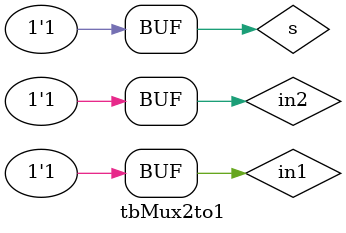
<source format=v>
module tbMux2to1;
	reg in1,in2,s;
	wire out;
	
	mux2to1 m(minO,maxO,typO,in1,in2,s);
	
	initial
	begin
	
    in1=0; in2=0; s=0;
    #5
	//$monitor("in1=%b,  in0=%b,  s=%b,  minO=%b,  maxO=%b,  typO=%b",in1,in2,s,minO,maxO,typO);
	#20 in1=0; in2=1; s=0;
	#20 in1=1; in2=0; s=0;
	#20 in1=1; in2=1; s=0;
	#20 in1=0; in2=0; s=1;
	#20 in1=0; in2=1; s=1;
	#20 in1=1; in2=0; s=1;
	#20 in1=1; in2=1; s=1;
	end
endmodule
</source>
